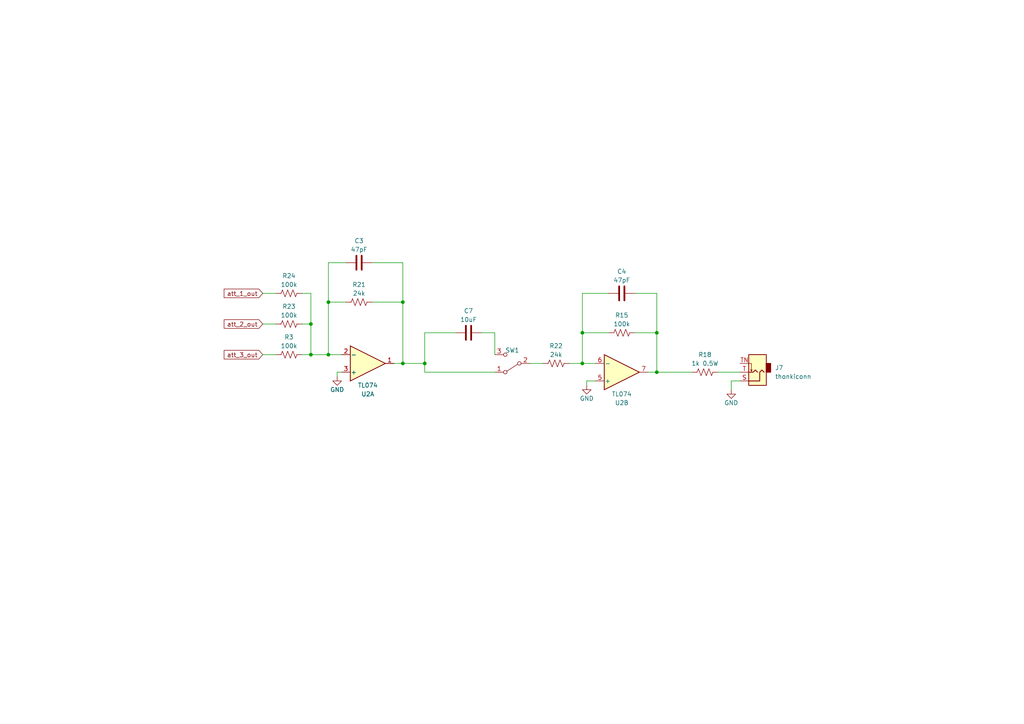
<source format=kicad_sch>
(kicad_sch (version 20230121) (generator eeschema)
  (paper "A4")
  (lib_symbols
    (symbol "power:GND" (power) (pin_names (offset 0))
      (property "Value" "GND" (at 0 -3.81 0))
      (symbol "GND_0_1"
        (polyline (pts (xy 0 0) (xy 0 -1.27) (xy 1.27 -1.27) (xy 0 -2.54) (xy -1.27 -1.27) (xy 0 -1.27)))
      )
      (symbol "GND_1_1"
        (pin power_in line (at 0 0 270) (length 0) hide (name "GND") (number "1"))
      )
    )
    (symbol "synthesis:CAP_10UF_NONPOL" (pin_numbers hide) (pin_names (offset 0.254))
      (property "Reference" "C" (at 0.635 2.54 0))
      (property "Value" "10uF" (at 0.635 -2.54 0))
      (symbol "CAP_10UF_NONPOL_0_1"
        (polyline (pts (xy -2.032 -0.762) (xy 2.032 -0.762)) (stroke (width 0.508)))
        (polyline (pts (xy -2.032 0.762) (xy 2.032 0.762)) (stroke (width 0.508)))
      )
      (symbol "CAP_10UF_NONPOL_1_1"
        (pin passive line (at 0 3.81 270) (length 2.794) (name "~") (number "1"))
        (pin passive line (at 0 -3.81 90) (length 2.794) (name "~") (number "2"))
      )
    )
    (symbol "synthesis:CAP_47PF_0603_COG" (pin_numbers hide) (pin_names (offset 0.254))
      (property "Reference" "C" (at 0.635 2.54 0))
      (property "Value" "47pF" (at 0.635 -2.54 0))
      (symbol "CAP_47PF_0603_COG_0_1"
        (polyline (pts (xy -2.032 -0.762) (xy 2.032 -0.762)) (stroke (width 0.508)))
        (polyline (pts (xy -2.032 0.762) (xy 2.032 0.762)) (stroke (width 0.508)))
      )
      (symbol "CAP_47PF_0603_COG_1_1"
        (pin passive line (at 0 3.81 270) (length 2.794) (name "~") (number "1"))
        (pin passive line (at 0 -3.81 90) (length 2.794) (name "~") (number "2"))
      )
    )
    (symbol "synthesis:RES_100k_0603" (pin_numbers hide) (pin_names (offset 0))
      (property "Reference" "R" (at 2.54 0 90))
      (property "Value" "100k" (at -2.54 0 90))
      (symbol "RES_100k_0603_0_1"
        (polyline (pts (xy 0 -2.286) (xy 0 -2.54)))
        (polyline (pts (xy 0 2.286) (xy 0 2.54)))
        (polyline (pts (xy 0 -0.762) (xy 1.016 -1.143) (xy 0 -1.524) (xy -1.016 -1.905) (xy 0 -2.286)))
        (polyline (pts (xy 0 0.762) (xy 1.016 0.381) (xy 0 0) (xy -1.016 -0.381) (xy 0 -0.762)))
        (polyline (pts (xy 0 2.286) (xy 1.016 1.905) (xy 0 1.524) (xy -1.016 1.143) (xy 0 0.762)))
      )
      (symbol "RES_100k_0603_1_1"
        (pin passive line (at 0 3.81 270) (length 1.27) (name "~") (number "1"))
        (pin passive line (at 0 -3.81 90) (length 1.27) (name "~") (number "2"))
      )
    )
    (symbol "synthesis:RES_1K_1210" (pin_numbers hide) (pin_names (offset 0))
      (property "Reference" "R" (at 2.54 0 90))
      (property "Value" "1k 0.5W" (at -2.54 0 90))
      (symbol "RES_1K_1210_0_1"
        (polyline (pts (xy 0 -2.286) (xy 0 -2.54)))
        (polyline (pts (xy 0 2.286) (xy 0 2.54)))
        (polyline (pts (xy 0 -0.762) (xy 1.016 -1.143) (xy 0 -1.524) (xy -1.016 -1.905) (xy 0 -2.286)))
        (polyline (pts (xy 0 0.762) (xy 1.016 0.381) (xy 0 0) (xy -1.016 -0.381) (xy 0 -0.762)))
        (polyline (pts (xy 0 2.286) (xy 1.016 1.905) (xy 0 1.524) (xy -1.016 1.143) (xy 0 0.762)))
      )
      (symbol "RES_1K_1210_1_1"
        (pin passive line (at 0 3.81 270) (length 1.27) (name "~") (number "1"))
        (pin passive line (at 0 -3.81 90) (length 1.27) (name "~") (number "2"))
      )
    )
    (symbol "synthesis:RES_24K_0603" (pin_numbers hide) (pin_names (offset 0))
      (property "Reference" "R" (at 2.54 0 90))
      (property "Value" "24k" (at -2.54 0 90))
      (symbol "RES_24K_0603_0_1"
        (polyline (pts (xy 0 -2.286) (xy 0 -2.54)))
        (polyline (pts (xy 0 2.286) (xy 0 2.54)))
        (polyline (pts (xy 0 -0.762) (xy 1.016 -1.143) (xy 0 -1.524) (xy -1.016 -1.905) (xy 0 -2.286)))
        (polyline (pts (xy 0 0.762) (xy 1.016 0.381) (xy 0 0) (xy -1.016 -0.381) (xy 0 -0.762)))
        (polyline (pts (xy 0 2.286) (xy 1.016 1.905) (xy 0 1.524) (xy -1.016 1.143) (xy 0 0.762)))
      )
      (symbol "RES_24K_0603_1_1"
        (pin passive line (at 0 3.81 270) (length 1.27) (name "~") (number "1"))
        (pin passive line (at 0 -3.81 90) (length 1.27) (name "~") (number "2"))
      )
    )
    (symbol "synthesis:SW_ON_ON_SPDT_MINI" (pin_names (offset 0) hide)
      (property "Reference" "SW" (at 0 4.318 0))
      (symbol "SW_ON_ON_SPDT_MINI_0_0"
        (circle (center -2.032 0) (radius 0.508))
        (circle (center 2.032 -2.54) (radius 0.508))
      )
      (symbol "SW_ON_ON_SPDT_MINI_0_1"
        (polyline (pts (xy -1.524 0.254) (xy 1.651 2.286)))
        (circle (center 2.032 2.54) (radius 0.508))
      )
      (symbol "SW_ON_ON_SPDT_MINI_1_1"
        (pin passive line (at 5.08 2.54 180) (length 2.54) (name "A") (number "1"))
        (pin passive line (at -5.08 0 0) (length 2.54) (name "B") (number "2"))
        (pin passive line (at 5.08 -2.54 180) (length 2.54) (name "C") (number "3"))
      )
    )
    (symbol "synthesis:TL074" (pin_names (offset 0.127))
      (property "Reference" "U" (at 0 5.08 0))
      (property "Value" "TL074" (at 0 -5.08 0))
      (symbol "TL074_1_1"
        (polyline (pts (xy -5.08 5.08) (xy 5.08 0) (xy -5.08 -5.08) (xy -5.08 5.08)) (stroke (width 0.254)) (fill (type background)))
        (pin output line (at 7.62 0 180) (length 2.54) (name "~") (number "1"))
        (pin input line (at -7.62 -2.54 0) (length 2.54) (name "-") (number "2"))
        (pin input line (at -7.62 2.54 0) (length 2.54) (name "+") (number "3"))
      )
      (symbol "TL074_2_1"
        (polyline (pts (xy -5.08 5.08) (xy 5.08 0) (xy -5.08 -5.08) (xy -5.08 5.08)) (stroke (width 0.254)) (fill (type background)))
        (pin input line (at -7.62 2.54 0) (length 2.54) (name "+") (number "5"))
        (pin input line (at -7.62 -2.54 0) (length 2.54) (name "-") (number "6"))
        (pin output line (at 7.62 0 180) (length 2.54) (name "~") (number "7"))
      )
      (symbol "TL074_3_1"
        (polyline (pts (xy -5.08 5.08) (xy 5.08 0) (xy -5.08 -5.08) (xy -5.08 5.08)) (stroke (width 0.254)) (fill (type background)))
        (pin input line (at -7.62 2.54 0) (length 2.54) (name "+") (number "10"))
        (pin output line (at 7.62 0 180) (length 2.54) (name "~") (number "8"))
        (pin input line (at -7.62 -2.54 0) (length 2.54) (name "-") (number "9"))
      )
      (symbol "TL074_4_1"
        (polyline (pts (xy -5.08 5.08) (xy 5.08 0) (xy -5.08 -5.08) (xy -5.08 5.08)) (stroke (width 0.254)) (fill (type background)))
        (pin input line (at -7.62 2.54 0) (length 2.54) (name "+") (number "12"))
        (pin input line (at -7.62 -2.54 0) (length 2.54) (name "-") (number "13"))
        (pin output line (at 7.62 0 180) (length 2.54) (name "~") (number "14"))
      )
      (symbol "TL074_5_1"
        (pin power_in line (at -2.54 -7.62 90) (length 3.81) (name "V-") (number "11"))
        (pin power_in line (at -2.54 7.62 270) (length 3.81) (name "V+") (number "4"))
      )
    )
    (symbol "synthesis:thonkiconn"
      (property "Reference" "J" (at 0 8.89 0))
      (property "Value" "thonkiconn" (at 0 6.35 0))
      (symbol "thonkiconn_0_1"
        (rectangle (start -2.54 0) (end -3.81 -2.54) (stroke (width 0.254)) (fill (type outline)))
        (rectangle (start -2.54 3.81) (end 2.54 -5.08) (stroke (width 0.254)) (fill (type background)))
        (polyline (pts (xy 1.778 -0.254) (xy 2.032 -0.762)))
        (polyline (pts (xy 0 0) (xy 0.635 -0.635) (xy 1.27 0) (xy 2.54 0)) (stroke (width 0.254)))
        (polyline (pts (xy 2.54 -2.54) (xy 1.778 -2.54) (xy 1.778 -0.254) (xy 1.524 -0.762)))
        (polyline (pts (xy 2.54 2.54) (xy -0.635 2.54) (xy -0.635 0) (xy -1.27 -0.635) (xy -1.905 0)) (stroke (width 0.254)))
      )
      (symbol "thonkiconn_1_1"
        (pin passive line (at 5.08 2.54 180) (length 2.54) (name "~") (number "S"))
        (pin passive line (at 5.08 0 180) (length 2.54) (name "~") (number "T"))
        (pin passive line (at 5.08 -2.54 180) (length 2.54) (name "~") (number "TN"))
      )
    )
  )
  (junction (at 123.19 105.41))
  (junction (at 116.84 87.63))
  (junction (at 116.84 105.41))
  (junction (at 190.5 96.52))
  (junction (at 95.25 102.87))
  (junction (at 90.17 102.87))
  (junction (at 190.5 107.95))
  (junction (at 95.25 87.63))
  (junction (at 90.17 93.98))
  (junction (at 168.91 96.52))
  (junction (at 168.91 105.41))
  (wire (pts (xy 76.2 93.98) (xy 80.01 93.98)))
  (wire (pts (xy 87.63 102.87) (xy 90.17 102.87)))
  (wire (pts (xy 153.67 105.41) (xy 157.48 105.41)))
  (wire (pts (xy 76.2 85.09) (xy 80.01 85.09)))
  (wire (pts (xy 190.5 85.09) (xy 190.5 96.52)))
  (wire (pts (xy 168.91 96.52) (xy 168.91 105.41)))
  (wire (pts (xy 212.09 110.49) (xy 214.63 110.49)))
  (wire (pts (xy 123.19 96.52) (xy 132.08 96.52)))
  (wire (pts (xy 95.25 102.87) (xy 95.25 87.63)))
  (wire (pts (xy 123.19 107.95) (xy 123.19 105.41)))
  (wire (pts (xy 95.25 87.63) (xy 100.33 87.63)))
  (wire (pts (xy 208.28 107.95) (xy 214.63 107.95)))
  (wire (pts (xy 116.84 76.2) (xy 116.84 87.63)))
  (wire (pts (xy 116.84 105.41) (xy 123.19 105.41)))
  (wire (pts (xy 176.53 85.09) (xy 168.91 85.09)))
  (wire (pts (xy 100.33 76.2) (xy 95.25 76.2)))
  (wire (pts (xy 212.09 113.03) (xy 212.09 110.49)))
  (wire (pts (xy 184.15 96.52) (xy 190.5 96.52)))
  (wire (pts (xy 90.17 85.09) (xy 90.17 93.98)))
  (wire (pts (xy 87.63 93.98) (xy 90.17 93.98)))
  (wire (pts (xy 190.5 96.52) (xy 190.5 107.95)))
  (wire (pts (xy 168.91 105.41) (xy 172.72 105.41)))
  (wire (pts (xy 170.18 110.49) (xy 172.72 110.49)))
  (wire (pts (xy 95.25 102.87) (xy 99.06 102.87)))
  (wire (pts (xy 90.17 102.87) (xy 95.25 102.87)))
  (wire (pts (xy 143.51 96.52) (xy 143.51 102.87)))
  (wire (pts (xy 190.5 107.95) (xy 187.96 107.95)))
  (wire (pts (xy 90.17 93.98) (xy 90.17 102.87)))
  (wire (pts (xy 143.51 107.95) (xy 123.19 107.95)))
  (wire (pts (xy 107.95 87.63) (xy 116.84 87.63)))
  (wire (pts (xy 190.5 107.95) (xy 200.66 107.95)))
  (wire (pts (xy 184.15 85.09) (xy 190.5 85.09)))
  (wire (pts (xy 123.19 105.41) (xy 123.19 96.52)))
  (wire (pts (xy 168.91 85.09) (xy 168.91 96.52)))
  (wire (pts (xy 97.79 107.95) (xy 99.06 107.95)))
  (wire (pts (xy 76.2 102.87) (xy 80.01 102.87)))
  (wire (pts (xy 107.95 76.2) (xy 116.84 76.2)))
  (wire (pts (xy 139.7 96.52) (xy 143.51 96.52)))
  (wire (pts (xy 97.79 109.22) (xy 97.79 107.95)))
  (wire (pts (xy 176.53 96.52) (xy 168.91 96.52)))
  (wire (pts (xy 87.63 85.09) (xy 90.17 85.09)))
  (wire (pts (xy 95.25 76.2) (xy 95.25 87.63)))
  (wire (pts (xy 170.18 111.76) (xy 170.18 110.49)))
  (wire (pts (xy 116.84 105.41) (xy 114.3 105.41)))
  (wire (pts (xy 116.84 87.63) (xy 116.84 105.41)))
  (wire (pts (xy 165.1 105.41) (xy 168.91 105.41)))
  (global_label "att_1_out" (shape input) (at 76.2 85.09 180) (property "Intersheetrefs" "${INTERSHEET_REFS}" (effects hide)))
  (global_label "att_3_out" (shape input) (at 76.2 102.87 180) (property "Intersheetrefs" "${INTERSHEET_REFS}" (effects hide)))
  (global_label "att_2_out" (shape input) (at 76.2 93.98 180) (property "Intersheetrefs" "${INTERSHEET_REFS}" (effects hide)))
  (symbol (lib_id "power:GND") (at 170.18 111.76 0) (unit 1)
    (property "Reference" "#PWR014" (effects hide))
    (property "Value" "GND" (at 170.18 115.57 0))
    (instances (project "attenuverter_mixer" (path "" (reference "#PWR014") (unit 1)) (path "" (reference "#PWR019") (unit 1))))
  )
  (symbol (lib_id "synthesis:TL074") (at 180.34 107.95 0) (mirror x) (unit 2)
    (property "Reference" "U2" (at 180.34 116.84 0))
    (property "Value" "TL074" (at 180.34 114.3 0))
    (property "Footprint" "Package_SO:TSSOP-14_4.4x5mm_P0.65mm" (effects hide))
    (property "Datasheet" "http://www.ti.com/lit/ds/symlink/lm2902-n.pdf" (effects hide))
    (property "MFR" "TI" (effects hide))
    (property "MPN" "TL074CPWR" (effects hide))
  )
  (symbol (lib_id "synthesis:TL074") (at 106.68 105.41 0) (mirror x) (unit 1)
    (property "Reference" "U2" (at 106.68 114.3 0))
    (property "Value" "TL074" (at 106.68 111.76 0))
    (property "Footprint" "Package_SO:TSSOP-14_4.4x5mm_P0.65mm" (effects hide))
    (property "Datasheet" "http://www.ti.com/lit/ds/symlink/lm2902-n.pdf" (effects hide))
    (property "MFR" "TI" (effects hide))
    (property "MPN" "TL074CPWR" (effects hide))
  )
  (symbol (lib_id "synthesis:CAP_47PF_0603_COG") (at 180.34 85.09 90) (unit 1)
    (property "Reference" "C4" (at 180.34 78.74 90))
    (property "Value" "47pF" (at 180.34 81.28 90))
    (property "Footprint" "Capacitor_SMD:C_0603_1608Metric" (effects hide))
    (property "MFR" "YAGEO" (effects hide))
    (property "MPN" "CC0603JRNPO9BN470" (effects hide))
    (instances (project "attenuverter_mixer" (path "" (reference "C4") (unit 1)) (path "" (reference "C9") (unit 1))))
  )
  (symbol (lib_id "synthesis:RES_100k_0603") (at 83.82 102.87 90) (unit 1)
    (property "Reference" "R3" (at 83.82 97.79 90))
    (property "Value" "100k" (at 83.82 100.33 90))
    (property "Footprint" "Resistor_SMD:R_0603_1608Metric" (effects hide))
    (property "MFR" "RC0603FR-07100KL" (effects hide))
    (property "MPN" "RC0603FR-07100KL" (effects hide))
    (instances (project "attenuverter_mixer" (path "" (reference "R3") (unit 1)) (path "" (reference "R20") (unit 1))))
  )
  (symbol (lib_id "synthesis:CAP_10UF_NONPOL") (at 135.89 96.52 90) (unit 1)
    (property "Reference" "C7" (at 135.89 90.17 90))
    (property "Value" "10uF" (at 135.89 92.71 90))
    (property "Footprint" "Capacitor_SMD:CP_Elec_5x5.3" (effects hide))
    (property "MFR" "WURTH" (effects hide))
    (property "MPN" "865250442003" (effects hide))
    (instances (project "attenuverter_mixer" (path "" (reference "C7") (unit 1)) (path "" (reference "C8") (unit 1))))
  )
  (symbol (lib_id "synthesis:RES_24K_0603") (at 104.14 87.63 90) (unit 1)
    (property "Reference" "R21" (at 104.14 82.55 90))
    (property "Value" "24k" (at 104.14 85.09 90))
    (property "Footprint" "Resistor_SMD:R_0603_1608Metric" (effects hide))
    (property "MFR" "YAGEO" (effects hide))
    (property "MPN" "RC0603FR-0724KL" (effects hide))
  )
  (symbol (lib_id "power:GND") (at 97.79 109.22 0) (unit 1)
    (property "Reference" "#PWR013" (effects hide))
    (property "Value" "GND" (at 97.79 113.03 0))
    (instances (project "attenuverter_mixer" (path "" (reference "#PWR013") (unit 1)) (path "" (reference "#PWR018") (unit 1))))
  )
  (symbol (lib_id "synthesis:thonkiconn") (at 219.71 107.95 180) (unit 1)
    (property "Reference" "J7" (at 224.79 106.68 0) (effects (justify right)))
    (property "Value" "thonkiconn" (at 224.79 109.22 0) (effects (justify right)))
    (property "Footprint" "synthesis:thonkiconn" (effects hide))
    (property "MFR" "QINGPU" (effects hide))
    (property "MPN" "WQP518MA" (effects hide))
    (instances (project "attenuverter_mixer" (path "" (reference "J7") (unit 1)) (path "" (reference "J6") (unit 1))))
  )
  (symbol (lib_id "synthesis:SW_ON_ON_SPDT_MINI") (at 148.59 105.41 180) (unit 1)
    (property "Reference" "SW1" (at 148.59 101.6 0))
    (property "Value" "SW_ON_ON_SPDT_MINI" (effects hide))
    (property "Footprint" "synthesis:Mini_sw" (effects hide))
    (property "MFR" "DAILYWELL" (effects hide))
    (property "MPN" "DWB1" (effects hide))
  )
  (symbol (lib_id "synthesis:RES_1K_1210") (at 204.47 107.95 90) (unit 1)
    (property "Reference" "R18" (at 204.47 102.87 90))
    (property "Value" "1k 0.5W" (at 204.47 105.41 90))
    (property "Footprint" "Resistor_SMD:R_1210_3225Metric" (effects hide))
    (property "MFR" "YAGEO" (effects hide))
    (property "MPN" "RC1210FR-071KL" (effects hide))
    (instances (project "attenuverter_mixer" (path "" (reference "R18") (unit 1)) (path "" (reference "R24") (unit 1))))
  )
  (symbol (lib_id "synthesis:RES_100k_0603") (at 83.82 85.09 90) (unit 1)
    (property "Reference" "R24" (at 83.82 80.01 90))
    (property "Value" "100k" (at 83.82 82.55 90))
    (property "Footprint" "Resistor_SMD:R_0603_1608Metric" (effects hide))
    (property "MFR" "RC0603FR-07100KL" (effects hide))
    (property "MPN" "RC0603FR-07100KL" (effects hide))
    (instances (project "attenuverter_mixer" (path "" (reference "R24") (unit 1)) (path "" (reference "R18") (unit 1))))
  )
  (symbol (lib_id "synthesis:CAP_47PF_0603_COG") (at 104.14 76.2 90) (unit 1)
    (property "Reference" "C3" (at 104.14 69.85 90))
    (property "Value" "47pF" (at 104.14 72.39 90))
    (property "Footprint" "Capacitor_SMD:C_0603_1608Metric" (effects hide))
    (property "MFR" "YAGEO" (effects hide))
    (property "MPN" "CC0603JRNPO9BN470" (effects hide))
    (instances (project "attenuverter_mixer" (path "" (reference "C3") (unit 1)) (path "" (reference "C7") (unit 1))))
  )
  (symbol (lib_id "synthesis:RES_100k_0603") (at 180.34 96.52 90) (unit 1)
    (property "Reference" "R15" (at 180.34 91.44 90))
    (property "Value" "100k" (at 180.34 93.98 90))
    (property "Footprint" "Resistor_SMD:R_0603_1608Metric" (effects hide))
    (property "MFR" "RC0603FR-07100KL" (effects hide))
    (property "MPN" "RC0603FR-07100KL" (effects hide))
    (instances (project "attenuverter_mixer" (path "" (reference "R15") (unit 1)) (path "" (reference "R23") (unit 1))))
  )
  (symbol (lib_id "synthesis:RES_100k_0603") (at 83.82 93.98 90) (unit 1)
    (property "Reference" "R23" (at 83.82 88.9 90))
    (property "Value" "100k" (at 83.82 91.44 90))
    (property "Footprint" "Resistor_SMD:R_0603_1608Metric" (effects hide))
    (property "MFR" "RC0603FR-07100KL" (effects hide))
    (property "MPN" "RC0603FR-07100KL" (effects hide))
    (instances (project "attenuverter_mixer" (path "" (reference "R23") (unit 1)) (path "" (reference "R19") (unit 1))))
  )
  (symbol (lib_id "power:GND") (at 212.09 113.03 0) (unit 1)
    (property "Reference" "#PWR09" (effects hide))
    (property "Value" "GND" (at 212.09 116.84 0))
    (instances (project "attenuverter_mixer" (path "" (reference "#PWR09") (unit 1)) (path "" (reference "#PWR020") (unit 1))))
  )
  (symbol (lib_id "synthesis:RES_24K_0603") (at 161.29 105.41 90) (unit 1)
    (property "Reference" "R22" (at 161.29 100.33 90))
    (property "Value" "24k" (at 161.29 102.87 90))
    (property "Footprint" "Resistor_SMD:R_0603_1608Metric" (effects hide))
    (property "MFR" "YAGEO" (effects hide))
    (property "MPN" "RC0603FR-0724KL" (effects hide))
  )
)
</source>
